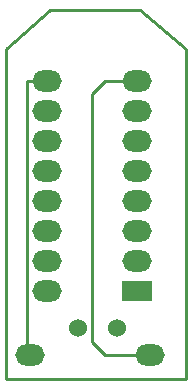
<source format=gtl>
%FSLAX25Y25*%
%MOIN*%
G70*
G01*
G75*
G04 Layer_Physical_Order=1*
G04 Layer_Color=255*
%ADD10C,0.01000*%
%ADD11R,0.09843X0.07087*%
%ADD12O,0.09843X0.07087*%
%ADD13C,0.06000*%
D10*
X378000Y305000D02*
Y387300D01*
X378100Y396500D02*
X384500D01*
X378100Y387400D02*
Y396500D01*
X378000Y387300D02*
X378100Y387400D01*
X378000Y305000D02*
X379000D01*
X404000D02*
X419000D01*
X399500Y309500D02*
X404000Y305000D01*
X399500Y309500D02*
Y392000D01*
X404000Y396500D01*
X414500D01*
X415500Y420000D02*
X431000Y407000D01*
X371000D02*
X385500Y420000D01*
X371000Y297000D02*
X431000D01*
Y407000D01*
X371000Y297000D02*
Y407000D01*
X385500Y420000D02*
X415500D01*
D11*
X414500Y326500D02*
D03*
D12*
Y336500D02*
D03*
Y346500D02*
D03*
Y356500D02*
D03*
Y366500D02*
D03*
Y376500D02*
D03*
Y386500D02*
D03*
Y396500D02*
D03*
X384500Y326500D02*
D03*
Y336500D02*
D03*
Y346500D02*
D03*
Y356500D02*
D03*
Y366500D02*
D03*
Y376500D02*
D03*
Y386500D02*
D03*
Y396500D02*
D03*
X419000Y305000D02*
D03*
X379000D02*
D03*
D13*
X408000Y314000D02*
D03*
X395000D02*
D03*
M02*

</source>
